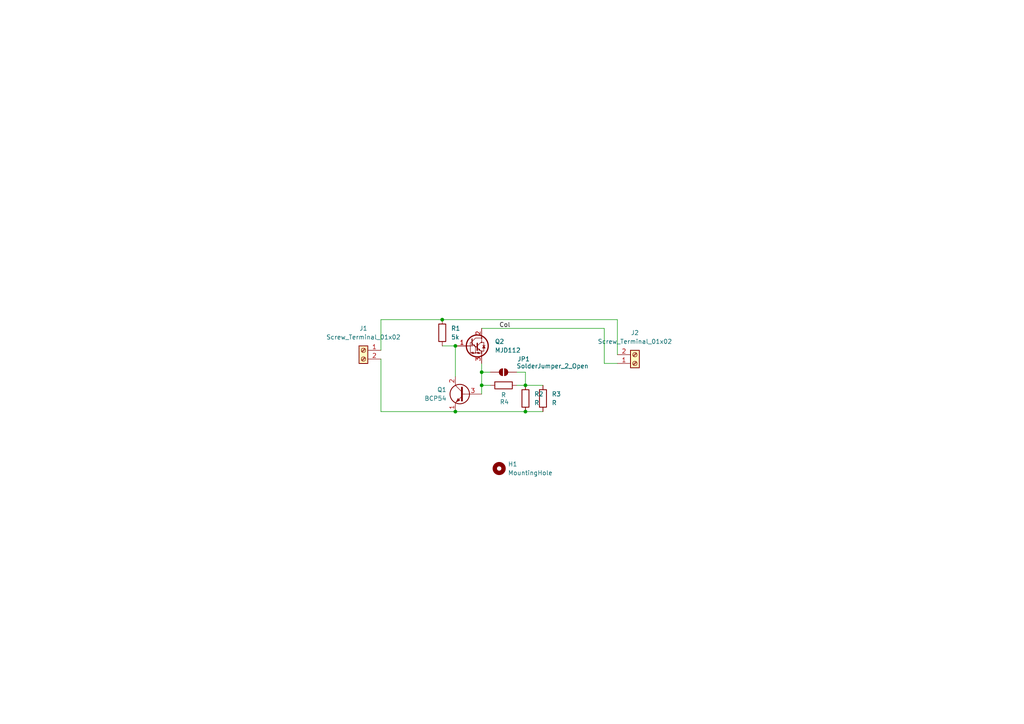
<source format=kicad_sch>
(kicad_sch (version 20231120) (generator "eeschema") (generator_version "8.0")
  (paper "A4")
  (lib_symbols
    (symbol "Connector:Screw_Terminal_01x02" (pin_names (offset 1.016) hide)
      (property "Reference" "J" (at 0 2.54 0))
      (property "Value" "Screw_Terminal_01x02" (at 0 -5.08 0))
      (symbol "Screw_Terminal_01x02_1_1"
        (rectangle (start -1.27 1.27) (end 1.27 -3.81) (stroke (width 0.254)) (fill (type background)))
        (circle (center 0 -2.54) (radius 0.635) (stroke (width 0.1524)))
        (polyline (pts (xy -0.5334 -2.2098) (xy 0.3302 -3.048)) (stroke (width 0.1524)))
        (polyline (pts (xy -0.5334 0.3302) (xy 0.3302 -0.508)) (stroke (width 0.1524)))
        (polyline (pts (xy -0.3556 -2.032) (xy 0.508 -2.8702)) (stroke (width 0.1524)))
        (polyline (pts (xy -0.3556 0.508) (xy 0.508 -0.3302)) (stroke (width 0.1524)))
        (circle (center 0 0) (radius 0.635) (stroke (width 0.1524)))
        (pin passive line (at -5.08 0 0) (length 3.81) (name "Pin_1") (number "1"))
        (pin passive line (at -5.08 -2.54 0) (length 3.81) (name "Pin_2") (number "2"))
      )
    )
    (symbol "Device:R" (pin_numbers hide) (pin_names (offset 0))
      (property "Reference" "R" (at 2.032 0 90))
      (property "Value" "R" (at 0 0 90))
      (symbol "R_0_1"
        (rectangle (start -1.016 -2.54) (end 1.016 2.54) (stroke (width 0.254)))
      )
      (symbol "R_1_1"
        (pin passive line (at 0 3.81 270) (length 1.27) (name "~") (number "1"))
        (pin passive line (at 0 -3.81 90) (length 1.27) (name "~") (number "2"))
      )
    )
    (symbol "Jumper:SolderJumper_2_Open" (pin_numbers hide) (pin_names (offset 0) hide) (exclude_from_sim yes) (in_bom no)
      (property "Reference" "JP" (at 0 2.032 0))
      (property "Value" "SolderJumper_2_Open" (at 0 -2.54 0))
      (symbol "SolderJumper_2_Open_0_1"
        (arc (start -0.254 1.016) (mid -1.2656 0) (end -0.254 -1.016))
        (arc (start -0.254 1.016) (mid -1.2656 0) (end -0.254 -1.016) (fill (type outline)))
        (polyline (pts (xy -0.254 1.016) (xy -0.254 -1.016)))
        (polyline (pts (xy 0.254 1.016) (xy 0.254 -1.016)))
        (arc (start 0.254 -1.016) (mid 1.2656 0) (end 0.254 1.016))
        (arc (start 0.254 -1.016) (mid 1.2656 0) (end 0.254 1.016) (fill (type outline)))
      )
      (symbol "SolderJumper_2_Open_1_1"
        (pin passive line (at -3.81 0 0) (length 2.54) (name "A") (number "1"))
        (pin passive line (at 3.81 0 180) (length 2.54) (name "B") (number "2"))
      )
    )
    (symbol "Mechanical:MountingHole" (pin_names (offset 1.016)) (exclude_from_sim yes) (in_bom no)
      (property "Reference" "H" (at 0 5.08 0))
      (property "Value" "MountingHole" (at 0 3.175 0))
      (symbol "MountingHole_0_1"
        (circle (center 0 0) (radius 1.27) (stroke (width 1.27)))
      )
    )
    (symbol "Transistor_BJT:BF457" (pin_names (offset 0) hide)
      (property "Reference" "Q" (at 5.08 1.905 0))
      (property "Value" "BF457" (at 5.08 0 0))
      (symbol "BF457_0_1"
        (polyline (pts (xy 0 0) (xy 0.635 0)))
        (polyline (pts (xy 0.635 0.635) (xy 2.54 2.54)))
        (polyline (pts (xy 0.635 -0.635) (xy 2.54 -2.54) (xy 2.54 -2.54)))
        (polyline (pts (xy 0.635 1.905) (xy 0.635 -1.905) (xy 0.635 -1.905)) (stroke (width 0.508)))
        (polyline (pts (xy 1.27 -1.778) (xy 1.778 -1.27) (xy 2.286 -2.286) (xy 1.27 -1.778) (xy 1.27 -1.778)) (fill (type outline)))
        (circle (center 1.27 0) (radius 2.8194) (stroke (width 0.254)))
      )
      (symbol "BF457_1_1"
        (pin passive line (at 2.54 -5.08 90) (length 2.54) (name "E") (number "1"))
        (pin passive line (at 2.54 5.08 270) (length 2.54) (name "C") (number "2"))
        (pin input line (at -5.08 0 0) (length 5.08) (name "B") (number "3"))
      )
    )
    (symbol "Transistor_BJT:TIP121" (pin_names (offset 0) hide)
      (property "Reference" "Q" (at 5.08 1.905 0))
      (property "Value" "TIP121" (at 5.08 0 0))
      (symbol "TIP121_0_1"
        (circle (center -0.762 0) (radius 0.127))
        (polyline (pts (xy -1.27 0) (xy -0.889 0)))
        (polyline (pts (xy 2.54 -2.032) (xy 2.54 -2.54)))
        (polyline (pts (xy 2.54 -1.524) (xy 3.175 -1.524)))
        (polyline (pts (xy 2.794 0.127) (xy 3.556 0.127)))
        (polyline (pts (xy 3.175 -0.635) (xy 3.175 -1.524)))
        (polyline (pts (xy 3.175 1.016) (xy 2.54 1.016)))
        (polyline (pts (xy 3.175 1.016) (xy 3.175 0.127)))
        (polyline (pts (xy -0.254 0.762) (xy 0.762 -0.254) (xy 1.27 -0.254)))
        (polyline (pts (xy -0.254 1.016) (xy -0.762 1.016) (xy -0.762 -2.032)))
        (polyline (pts (xy -0.254 1.27) (xy 0.762 2.286) (xy 2.54 2.286)))
        (polyline (pts (xy -0.254 2.032) (xy -0.254 0) (xy -0.254 0)) (stroke (width 0.3048)))
        (polyline (pts (xy 1.27 0.762) (xy 1.27 -1.27) (xy 1.27 -1.27)) (stroke (width 0.381)))
        (polyline (pts (xy 0.635 -0.127) (xy 0.381 0.381) (xy 0.127 0.127) (xy 0.635 -0.127)))
        (polyline (pts (xy 1.27 -0.508) (xy 2.286 -1.524) (xy 2.54 -1.524) (xy 2.54 -2.032)))
        (polyline (pts (xy 1.27 0) (xy 2.286 1.016) (xy 2.54 1.016) (xy 2.54 2.286)))
        (polyline (pts (xy 2.159 -1.397) (xy 1.905 -0.889) (xy 1.651 -1.143) (xy 2.159 -1.397)))
        (polyline (pts (xy 3.175 0.127) (xy 2.794 -0.635) (xy 3.556 -0.635) (xy 3.175 0.127)) (fill (type outline)))
        (polyline (pts (xy 0.762 -2.032) (xy 0.381 -2.032) (xy 0.254 -2.286) (xy 0.127 -1.778) (xy 0 -2.286) (xy -0.127 -1.778) (xy -0.254 -2.286) (xy -0.381 -1.778) (xy -0.508 -2.032) (xy -0.762 -2.032)))
        (polyline (pts (xy 0.762 -0.254) (xy 0.762 -2.032) (xy 1.143 -2.032) (xy 1.27 -1.778) (xy 1.397 -2.286) (xy 1.524 -1.778) (xy 1.651 -2.286) (xy 1.778 -1.778) (xy 1.905 -2.286) (xy 2.032 -2.032) (xy 2.54 -2.032)))
        (circle (center 0.762 -2.032) (radius 0.127))
        (circle (center 0.762 -0.254) (radius 0.127))
        (circle (center 1.27 0) (radius 3.175) (stroke (width 0.3556)))
        (circle (center 2.54 -2.032) (radius 0.127))
        (circle (center 2.54 -1.524) (radius 0.127))
        (circle (center 2.54 1.016) (radius 0.127))
        (circle (center 2.54 2.286) (radius 0.127))
      )
      (symbol "TIP121_1_1"
        (pin input line (at -5.08 0 0) (length 3.81) (name "B") (number "1"))
        (pin passive line (at 2.54 5.08 270) (length 2.667) (name "C") (number "2"))
        (pin passive line (at 2.54 -5.08 90) (length 2.54) (name "E") (number "3"))
      )
    )
  )
  (junction (at 152.4 111.76))
  (junction (at 132.08 100.33))
  (junction (at 152.4 119.38))
  (junction (at 132.08 119.38))
  (junction (at 128.27 92.71))
  (junction (at 139.7 111.76))
  (junction (at 139.7 107.95))
  (wire (pts (xy 152.4 119.38) (xy 157.48 119.38)))
  (wire (pts (xy 175.26 105.41) (xy 175.26 95.25)))
  (wire (pts (xy 139.7 107.95) (xy 142.24 107.95)))
  (wire (pts (xy 149.86 111.76) (xy 152.4 111.76)))
  (wire (pts (xy 128.27 100.33) (xy 132.08 100.33)))
  (wire (pts (xy 139.7 107.95) (xy 139.7 111.76)))
  (wire (pts (xy 110.49 119.38) (xy 110.49 104.14)))
  (wire (pts (xy 175.26 95.25) (xy 139.7 95.25)))
  (wire (pts (xy 132.08 100.33) (xy 132.08 109.22)))
  (wire (pts (xy 152.4 107.95) (xy 152.4 111.76)))
  (wire (pts (xy 128.27 92.71) (xy 179.07 92.71)))
  (wire (pts (xy 139.7 105.41) (xy 139.7 107.95)))
  (wire (pts (xy 149.86 107.95) (xy 152.4 107.95)))
  (wire (pts (xy 132.08 119.38) (xy 152.4 119.38)))
  (wire (pts (xy 139.7 111.76) (xy 142.24 111.76)))
  (wire (pts (xy 179.07 105.41) (xy 175.26 105.41)))
  (wire (pts (xy 110.49 92.71) (xy 128.27 92.71)))
  (wire (pts (xy 152.4 111.76) (xy 157.48 111.76)))
  (wire (pts (xy 179.07 92.71) (xy 179.07 102.87)))
  (wire (pts (xy 139.7 111.76) (xy 139.7 114.3)))
  (wire (pts (xy 132.08 119.38) (xy 110.49 119.38)))
  (wire (pts (xy 110.49 101.6) (xy 110.49 92.71)))
  (label "Col" (at 144.78 95.25 0))
  (symbol (lib_id "Connector:Screw_Terminal_01x02") (at 105.41 101.6 0) (mirror y) (unit 1)
    (property "Reference" "J1" (at 105.41 95.25 0))
    (property "Value" "Screw_Terminal_01x02" (at 105.41 97.79 0))
    (property "Footprint" "TerminalBlock_RND:TerminalBlock_RND_205-00067_1x02_P7.50mm_Horizontal" (effects (hide yes)))
    (property "Description" "Generic screw terminal, single row, 01x02, script generated (kicad-library-utils/schlib/autogen/connector/)" (effects (hide yes)))
  )
  (symbol (lib_id "Mechanical:MountingHole") (at 144.78 135.89 0) (unit 1) (exclude_from_sim yes) (in_bom no)
    (property "Reference" "H1" (at 147.32 134.6199 0) (effects (justify left)))
    (property "Value" "MountingHole" (at 147.32 137.1599 0) (effects (justify left)))
    (property "Footprint" "MountingHole:MountingHole_3.2mm_M3" (effects (hide yes)))
    (property "Description" "Mounting Hole without connection" (effects (hide yes)))
  )
  (symbol (lib_id "Transistor_BJT:TIP121") (at 137.16 100.33 0) (unit 1)
    (property "Reference" "Q2" (at 143.51 99.0599 0) (effects (justify left)))
    (property "Value" "MJD112" (at 143.51 101.5999 0) (effects (justify left)))
    (property "Footprint" "Package_TO_SOT_SMD:TO-263-2" (effects (hide yes)))
    (property "Datasheet" "https://www.tme.eu/Document/85d8046a622f6378146e742043155915/MJD112_MJD117.pdf" (effects (hide yes)))
    (property "Description" "NPN; bipolarny; Darlington; 100V; 2A; 20W; DPAK" (effects (hide yes)))
  )
  (symbol (lib_id "Jumper:SolderJumper_2_Open") (at 146.05 107.95 0) (unit 1) (exclude_from_sim yes) (in_bom no)
    (property "Reference" "JP1" (at 151.892 104.14 0))
    (property "Value" "SolderJumper_2_Open" (at 160.274 106.172 0))
    (property "Footprint" "Jumper:SolderJumper-2_P1.3mm_Open_RoundedPad1.0x1.5mm" (effects (hide yes)))
    (property "Description" "Solder Jumper, 2-pole, open" (effects (hide yes)))
  )
  (symbol (lib_id "Device:R") (at 146.05 111.76 90) (unit 1)
    (property "Reference" "R4" (at 146.304 116.586 90))
    (property "Value" "R" (at 146.05 114.554 90))
    (property "Footprint" "Resistor_SMD:R_1206_3216Metric_Pad1.30x1.75mm_HandSolder" (effects (hide yes)))
    (property "Description" "Resistor" (effects (hide yes)))
  )
  (symbol (lib_id "Transistor_BJT:BF457") (at 134.62 114.3 0) (mirror y) (unit 1)
    (property "Reference" "Q1" (at 129.54 113.0299 0) (effects (justify left)))
    (property "Value" "BCP54" (at 129.54 115.5699 0) (effects (justify left)))
    (property "Footprint" "Package_TO_SOT_SMD:SOT-223-3_TabPin2" (effects (hide yes)))
    (property "Datasheet" "https://www.tme.eu/Document/4a8a48a4530fe82bf56c34437aedd277/BCP54_55_56.pdf" (effects (hide yes)))
    (property "Description" "NPN; bipolarny; 45V; 1A; 2W; SOT223" (effects (hide yes)))
  )
  (symbol (lib_id "Device:R") (at 128.27 96.52 0) (unit 1)
    (property "Reference" "R1" (at 130.81 95.2499 0) (effects (justify left)))
    (property "Value" "5k" (at 130.81 97.7899 0) (effects (justify left)))
    (property "Footprint" "Resistor_SMD:R_0805_2012Metric_Pad1.20x1.40mm_HandSolder" (effects (hide yes)))
    (property "Description" "Resistor" (effects (hide yes)))
  )
  (symbol (lib_id "Device:R") (at 157.48 115.57 0) (unit 1)
    (property "Reference" "R3" (at 160.02 114.2999 0) (effects (justify left)))
    (property "Value" "R" (at 160.02 116.8399 0) (effects (justify left)))
    (property "Footprint" "Resistor_SMD:R_1206_3216Metric_Pad1.30x1.75mm_HandSolder" (effects (hide yes)))
    (property "Description" "Resistor" (effects (hide yes)))
  )
  (symbol (lib_id "Device:R") (at 152.4 115.57 0) (unit 1)
    (property "Reference" "R2" (at 154.94 114.2999 0) (effects (justify left)))
    (property "Value" "R" (at 154.94 116.8399 0) (effects (justify left)))
    (property "Footprint" "Resistor_SMD:R_1206_3216Metric_Pad1.30x1.75mm_HandSolder" (effects (hide yes)))
    (property "Description" "Resistor" (effects (hide yes)))
  )
  (symbol (lib_id "Connector:Screw_Terminal_01x02") (at 184.15 105.41 0) (mirror x) (unit 1)
    (property "Reference" "J2" (at 184.15 96.52 0))
    (property "Value" "Screw_Terminal_01x02" (at 184.15 99.06 0))
    (property "Footprint" "TerminalBlock_RND:TerminalBlock_RND_205-00067_1x02_P7.50mm_Horizontal" (effects (hide yes)))
    (property "Description" "Generic screw terminal, single row, 01x02, script generated (kicad-library-utils/schlib/autogen/connector/)" (effects (hide yes)))
  )
)
</source>
